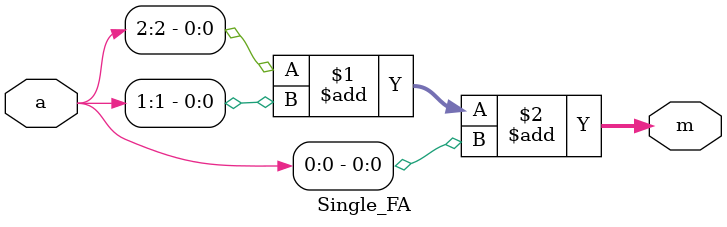
<source format=v>
`timescale 1ns / 1ps
module Single_FA(
    	input [2:0] a,
    	output [1:0] m
    );

    assign m = a[2] + a[1] + a[0];
 
endmodule

</source>
